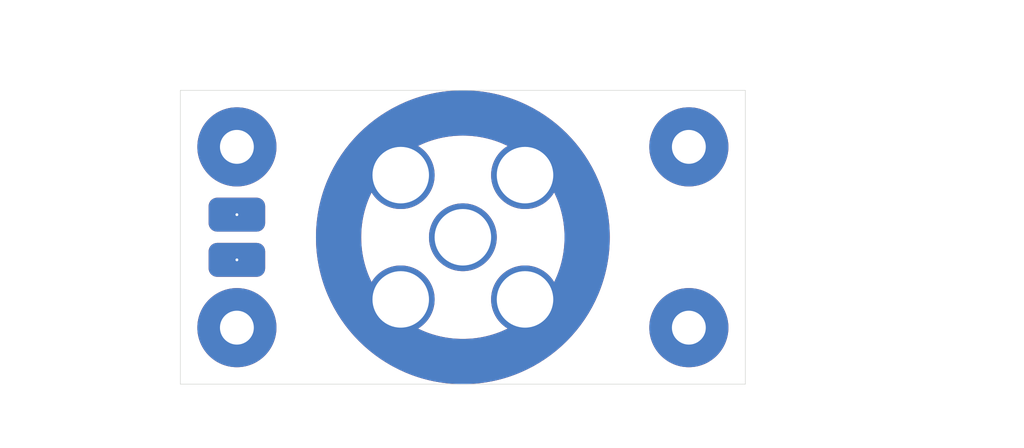
<source format=kicad_pcb>
(kicad_pcb (version 20171130) (host pcbnew 5.1.9+dfsg1-1)

  (general
    (thickness 1.6)
    (drawings 14)
    (tracks 0)
    (zones 0)
    (modules 6)
    (nets 3)
  )

  (page A4)
  (layers
    (0 F.Cu signal)
    (1 In1.Cu signal)
    (2 In2.Cu signal)
    (31 B.Cu signal)
    (32 B.Adhes user)
    (33 F.Adhes user)
    (34 B.Paste user)
    (35 F.Paste user)
    (36 B.SilkS user)
    (37 F.SilkS user)
    (38 B.Mask user)
    (39 F.Mask user)
    (40 Dwgs.User user)
    (41 Cmts.User user)
    (42 Eco1.User user)
    (43 Eco2.User user)
    (44 Edge.Cuts user)
    (45 Margin user)
    (46 B.CrtYd user)
    (47 F.CrtYd user)
    (48 B.Fab user)
    (49 F.Fab user)
  )

  (setup
    (last_trace_width 0.25)
    (trace_clearance 0.2)
    (zone_clearance 0.508)
    (zone_45_only no)
    (trace_min 0.2)
    (via_size 0.8)
    (via_drill 0.4)
    (via_min_size 0.4)
    (via_min_drill 0.3)
    (uvia_size 0.3)
    (uvia_drill 0.1)
    (uvias_allowed no)
    (uvia_min_size 0.2)
    (uvia_min_drill 0.1)
    (edge_width 0.05)
    (segment_width 0.2)
    (pcb_text_width 0.3)
    (pcb_text_size 1.5 1.5)
    (mod_edge_width 0.12)
    (mod_text_size 1 1)
    (mod_text_width 0.15)
    (pad_size 1.524 1.524)
    (pad_drill 0.762)
    (pad_to_mask_clearance 0)
    (aux_axis_origin 0 0)
    (visible_elements FFFFFF7F)
    (pcbplotparams
      (layerselection 0x010fc_ffffffff)
      (usegerberextensions false)
      (usegerberattributes true)
      (usegerberadvancedattributes true)
      (creategerberjobfile true)
      (excludeedgelayer true)
      (linewidth 0.100000)
      (plotframeref false)
      (viasonmask false)
      (mode 1)
      (useauxorigin false)
      (hpglpennumber 1)
      (hpglpenspeed 20)
      (hpglpendiameter 15.000000)
      (psnegative false)
      (psa4output false)
      (plotreference true)
      (plotvalue true)
      (plotinvisibletext false)
      (padsonsilk false)
      (subtractmaskfromsilk false)
      (outputformat 1)
      (mirror false)
      (drillshape 1)
      (scaleselection 1)
      (outputdirectory ""))
  )

  (net 0 "")
  (net 1 "Net-(J1-Pad1)")
  (net 2 "Net-(J1-Pad2)")

  (net_class Default "This is the default net class."
    (clearance 0.2)
    (trace_width 0.25)
    (via_dia 0.8)
    (via_drill 0.4)
    (uvia_dia 0.3)
    (uvia_drill 0.1)
    (add_net "Net-(J1-Pad1)")
    (add_net "Net-(J1-Pad2)")
  )

  (module custom-footprints:solder-pin-th-2pin (layer F.Cu) (tedit 63D230B7) (tstamp 63D39143)
    (at 115 95 90)
    (path /63D397E7)
    (fp_text reference J1 (at 0 0.5 90) (layer F.SilkS) hide
      (effects (font (size 1 1) (thickness 0.15)))
    )
    (fp_text value Conn_01x02_Female (at 0 -0.5 90) (layer F.Fab)
      (effects (font (size 1 1) (thickness 0.15)))
    )
    (pad 1 thru_hole roundrect (at 0 0 90) (size 3 5) (drill 0.25) (layers *.Cu *.Mask) (roundrect_rratio 0.25)
      (net 1 "Net-(J1-Pad1)"))
    (pad 2 thru_hole roundrect (at 4 0 90) (size 3 5) (drill 0.25) (layers *.Cu *.Mask) (roundrect_rratio 0.25)
      (net 2 "Net-(J1-Pad2)"))
  )

  (module custom-footprints:m3-d7-mounting-hole (layer F.Cu) (tedit 63D337D0) (tstamp 63D39148)
    (at 155 101)
    (path /63D39BDB)
    (fp_text reference J2 (at 0 0.5) (layer F.SilkS) hide
      (effects (font (size 1 1) (thickness 0.15)))
    )
    (fp_text value BOLT-HOLE (at 0 -0.5) (layer F.Fab)
      (effects (font (size 1 1) (thickness 0.15)))
    )
    (pad 1 thru_hole circle (at 0 0) (size 7 7) (drill 3) (layers *.Cu *.Mask)
      (net 2 "Net-(J1-Pad2)"))
  )

  (module custom-footprints:m3-d7-mounting-hole (layer F.Cu) (tedit 63D337D0) (tstamp 63D3914D)
    (at 115 85)
    (path /63D3A011)
    (fp_text reference J3 (at 0 0.5) (layer F.SilkS) hide
      (effects (font (size 1 1) (thickness 0.15)))
    )
    (fp_text value BOLT-HOLE (at 0 -0.5) (layer F.Fab)
      (effects (font (size 1 1) (thickness 0.15)))
    )
    (pad 1 thru_hole circle (at 0 0) (size 7 7) (drill 3) (layers *.Cu *.Mask)
      (net 2 "Net-(J1-Pad2)"))
  )

  (module custom-footprints:m3-d7-mounting-hole (layer F.Cu) (tedit 63D337D0) (tstamp 63D39152)
    (at 115 101)
    (path /63D3A1E1)
    (fp_text reference J4 (at 0 0.5) (layer F.SilkS) hide
      (effects (font (size 1 1) (thickness 0.15)))
    )
    (fp_text value BOLT-HOLE (at 0 -0.5) (layer F.Fab)
      (effects (font (size 1 1) (thickness 0.15)))
    )
    (pad 1 thru_hole circle (at 0 0) (size 7 7) (drill 3) (layers *.Cu *.Mask)
      (net 2 "Net-(J1-Pad2)"))
  )

  (module custom-footprints:m3-d7-mounting-hole (layer F.Cu) (tedit 63D337D0) (tstamp 63D39157)
    (at 155 85)
    (path /63D3A477)
    (fp_text reference J5 (at 0 0.5) (layer F.SilkS) hide
      (effects (font (size 1 1) (thickness 0.15)))
    )
    (fp_text value BOLT-HOLE (at 0 -0.5) (layer F.Fab)
      (effects (font (size 1 1) (thickness 0.15)))
    )
    (pad 1 thru_hole circle (at 0 0) (size 7 7) (drill 3) (layers *.Cu *.Mask)
      (net 2 "Net-(J1-Pad2)"))
  )

  (module custom-footprints:dragon-hotend-cutout (layer F.Cu) (tedit 63D33714) (tstamp 63D39164)
    (at 135 93)
    (path /63D3AC0F)
    (fp_text reference J6 (at 0 0.5) (layer F.SilkS) hide
      (effects (font (size 1 1) (thickness 0.15)))
    )
    (fp_text value DRAGON-HOTEND-SLOT (at 0 -0.5) (layer F.Fab)
      (effects (font (size 1 1) (thickness 0.15)))
    )
    (fp_circle (center 0 0) (end 11 0) (layer F.Cu) (width 4))
    (fp_circle (center 0 0) (end 11 0) (layer B.Cu) (width 4))
    (fp_circle (center 0 0) (end 11 0) (layer B.Mask) (width 4))
    (fp_circle (center 0 0) (end 11 0) (layer F.Mask) (width 4))
    (pad 1 thru_hole circle (at 5.5 -5.5) (size 6 6) (drill 5) (layers *.Cu *.Mask)
      (net 1 "Net-(J1-Pad1)"))
    (pad 1 thru_hole circle (at 5.5 5.5) (size 6 6) (drill 5) (layers *.Cu *.Mask)
      (net 1 "Net-(J1-Pad1)"))
    (pad 1 thru_hole circle (at -5.5 5.5) (size 6 6) (drill 5) (layers *.Cu *.Mask)
      (net 1 "Net-(J1-Pad1)"))
    (pad 1 thru_hole circle (at -5.5 -5.5) (size 6 6) (drill 5) (layers *.Cu *.Mask)
      (net 1 "Net-(J1-Pad1)"))
    (pad 1 thru_hole circle (at 0 0) (size 6 6) (drill 5) (layers *.Cu *.Mask)
      (net 1 "Net-(J1-Pad1)"))
  )

  (dimension 26 (width 0.15) (layer Dwgs.User)
    (gr_text "26.000 mm" (at 97.7 93 270) (layer Dwgs.User)
      (effects (font (size 1 1) (thickness 0.15)))
    )
    (feature1 (pts (xy 110 106) (xy 98.413579 106)))
    (feature2 (pts (xy 110 80) (xy 98.413579 80)))
    (crossbar (pts (xy 99 80) (xy 99 106)))
    (arrow1a (pts (xy 99 106) (xy 98.413579 104.873496)))
    (arrow1b (pts (xy 99 106) (xy 99.586421 104.873496)))
    (arrow2a (pts (xy 99 80) (xy 98.413579 81.126504)))
    (arrow2b (pts (xy 99 80) (xy 99.586421 81.126504)))
  )
  (dimension 50 (width 0.15) (layer Dwgs.User)
    (gr_text "50.000 mm" (at 135 72.7) (layer Dwgs.User)
      (effects (font (size 1 1) (thickness 0.15)))
    )
    (feature1 (pts (xy 160 80) (xy 160 73.413579)))
    (feature2 (pts (xy 110 80) (xy 110 73.413579)))
    (crossbar (pts (xy 110 74) (xy 160 74)))
    (arrow1a (pts (xy 160 74) (xy 158.873496 74.586421)))
    (arrow1b (pts (xy 160 74) (xy 158.873496 73.413579)))
    (arrow2a (pts (xy 110 74) (xy 111.126504 74.586421)))
    (arrow2b (pts (xy 110 74) (xy 111.126504 73.413579)))
  )
  (dimension 40 (width 0.15) (layer Dwgs.User)
    (gr_text "40.000 mm" (at 135 75.7) (layer Dwgs.User)
      (effects (font (size 1 1) (thickness 0.15)))
    )
    (feature1 (pts (xy 115 85) (xy 115 76.413579)))
    (feature2 (pts (xy 155 85) (xy 155 76.413579)))
    (crossbar (pts (xy 155 77) (xy 115 77)))
    (arrow1a (pts (xy 115 77) (xy 116.126504 76.413579)))
    (arrow1b (pts (xy 115 77) (xy 116.126504 77.586421)))
    (arrow2a (pts (xy 155 77) (xy 153.873496 76.413579)))
    (arrow2b (pts (xy 155 77) (xy 153.873496 77.586421)))
  )
  (dimension 16 (width 0.15) (layer Dwgs.User)
    (gr_text "16.000 mm" (at 183.3 93 90) (layer Dwgs.User)
      (effects (font (size 1 1) (thickness 0.15)))
    )
    (feature1 (pts (xy 155 85) (xy 182.586421 85)))
    (feature2 (pts (xy 155 101) (xy 182.586421 101)))
    (crossbar (pts (xy 182 101) (xy 182 85)))
    (arrow1a (pts (xy 182 85) (xy 182.586421 86.126504)))
    (arrow1b (pts (xy 182 85) (xy 181.413579 86.126504)))
    (arrow2a (pts (xy 182 101) (xy 182.586421 99.873496)))
    (arrow2b (pts (xy 182 101) (xy 181.413579 99.873496)))
  )
  (gr_line (start 110 106) (end 110 80) (layer Edge.Cuts) (width 0.05) (tstamp 63D3924A))
  (gr_line (start 160 106) (end 110 106) (layer Edge.Cuts) (width 0.05))
  (gr_line (start 160 80) (end 160 106) (layer Edge.Cuts) (width 0.05))
  (gr_line (start 110 80) (end 160 80) (layer Edge.Cuts) (width 0.05))
  (dimension 20 (width 0.15) (layer Dwgs.User)
    (gr_text "20.000 mm" (at 145 112.3) (layer Dwgs.User)
      (effects (font (size 1 1) (thickness 0.15)))
    )
    (feature1 (pts (xy 155 79) (xy 155 111.586421)))
    (feature2 (pts (xy 135 79) (xy 135 111.586421)))
    (crossbar (pts (xy 135 111) (xy 155 111)))
    (arrow1a (pts (xy 155 111) (xy 153.873496 111.586421)))
    (arrow1b (pts (xy 155 111) (xy 153.873496 110.413579)))
    (arrow2a (pts (xy 135 111) (xy 136.126504 111.586421)))
    (arrow2b (pts (xy 135 111) (xy 136.126504 110.413579)))
  )
  (dimension 20 (width 0.15) (layer Dwgs.User)
    (gr_text "20.000 mm" (at 125 111.3) (layer Dwgs.User)
      (effects (font (size 1 1) (thickness 0.15)))
    )
    (feature1 (pts (xy 115 79) (xy 115 110.586421)))
    (feature2 (pts (xy 135 79) (xy 135 110.586421)))
    (crossbar (pts (xy 135 110) (xy 115 110)))
    (arrow1a (pts (xy 115 110) (xy 116.126504 109.413579)))
    (arrow1b (pts (xy 115 110) (xy 116.126504 110.586421)))
    (arrow2a (pts (xy 135 110) (xy 133.873496 109.413579)))
    (arrow2b (pts (xy 135 110) (xy 133.873496 110.586421)))
  )
  (dimension 40 (width 0.15) (layer Dwgs.User)
    (gr_text "40.000 mm" (at 115 94.3) (layer Dwgs.User)
      (effects (font (size 1 1) (thickness 0.15)))
    )
    (feature1 (pts (xy 95 85) (xy 95 93.586421)))
    (feature2 (pts (xy 135 85) (xy 135 93.586421)))
    (crossbar (pts (xy 135 93) (xy 95 93)))
    (arrow1a (pts (xy 95 93) (xy 96.126504 92.413579)))
    (arrow1b (pts (xy 95 93) (xy 96.126504 93.586421)))
    (arrow2a (pts (xy 135 93) (xy 133.873496 92.413579)))
    (arrow2b (pts (xy 135 93) (xy 133.873496 93.586421)))
  )
  (dimension 40 (width 0.15) (layer Dwgs.User)
    (gr_text "40.000 mm" (at 155 102.3) (layer Dwgs.User)
      (effects (font (size 1 1) (thickness 0.15)))
    )
    (feature1 (pts (xy 175 93) (xy 175 101.586421)))
    (feature2 (pts (xy 135 93) (xy 135 101.586421)))
    (crossbar (pts (xy 135 101) (xy 175 101)))
    (arrow1a (pts (xy 175 101) (xy 173.873496 101.586421)))
    (arrow1b (pts (xy 175 101) (xy 173.873496 100.413579)))
    (arrow2a (pts (xy 135 101) (xy 136.126504 101.586421)))
    (arrow2b (pts (xy 135 101) (xy 136.126504 100.413579)))
  )
  (dimension 40 (width 0.15) (layer Dwgs.User)
    (gr_text "40.000 mm" (at 155 83.7) (layer Dwgs.User)
      (effects (font (size 1 1) (thickness 0.15)))
    )
    (feature1 (pts (xy 175 93) (xy 175 84.413579)))
    (feature2 (pts (xy 135 93) (xy 135 84.413579)))
    (crossbar (pts (xy 135 85) (xy 175 85)))
    (arrow1a (pts (xy 175 85) (xy 173.873496 85.586421)))
    (arrow1b (pts (xy 175 85) (xy 173.873496 84.413579)))
    (arrow2a (pts (xy 135 85) (xy 136.126504 85.586421)))
    (arrow2b (pts (xy 135 85) (xy 136.126504 84.413579)))
  )
  (dimension 40 (width 0.15) (layer Dwgs.User)
    (gr_text "40.000 mm" (at 115 102.3) (layer Dwgs.User)
      (effects (font (size 1 1) (thickness 0.15)))
    )
    (feature1 (pts (xy 95 93) (xy 95 101.586421)))
    (feature2 (pts (xy 135 93) (xy 135 101.586421)))
    (crossbar (pts (xy 135 101) (xy 95 101)))
    (arrow1a (pts (xy 95 101) (xy 96.126504 100.413579)))
    (arrow1b (pts (xy 95 101) (xy 96.126504 101.586421)))
    (arrow2a (pts (xy 135 101) (xy 133.873496 100.413579)))
    (arrow2b (pts (xy 135 101) (xy 133.873496 101.586421)))
  )

  (zone (net 2) (net_name "Net-(J1-Pad2)") (layer In1.Cu) (tstamp 63D392B2) (hatch edge 0.508)
    (connect_pads (clearance 0.508))
    (min_thickness 0.254)
    (fill yes (arc_segments 32) (thermal_gap 0.508) (thermal_bridge_width 0.508))
    (polygon
      (pts
        (xy 160 106) (xy 110 106) (xy 110 80) (xy 160 80)
      )
    )
    (filled_polygon
      (pts
        (xy 159.340001 105.34) (xy 110.66 105.34) (xy 110.66 103.914155) (xy 112.26545 103.914155) (xy 112.661634 104.43455)
        (xy 113.376612 104.824748) (xy 114.153976 105.067964) (xy 114.963853 105.154851) (xy 115.775118 105.082069) (xy 116.556597 104.852415)
        (xy 117.278256 104.474715) (xy 117.338366 104.43455) (xy 117.73455 103.914155) (xy 152.26545 103.914155) (xy 152.661634 104.43455)
        (xy 153.376612 104.824748) (xy 154.153976 105.067964) (xy 154.963853 105.154851) (xy 155.775118 105.082069) (xy 156.556597 104.852415)
        (xy 157.278256 104.474715) (xy 157.338366 104.43455) (xy 157.73455 103.914155) (xy 155 101.179605) (xy 152.26545 103.914155)
        (xy 117.73455 103.914155) (xy 115 101.179605) (xy 112.26545 103.914155) (xy 110.66 103.914155) (xy 110.66 100.963853)
        (xy 110.845149 100.963853) (xy 110.917931 101.775118) (xy 111.147585 102.556597) (xy 111.525285 103.278256) (xy 111.56545 103.338366)
        (xy 112.085845 103.73455) (xy 114.820395 101) (xy 115.179605 101) (xy 117.914155 103.73455) (xy 118.43455 103.338366)
        (xy 118.824748 102.623388) (xy 119.067964 101.846024) (xy 119.154851 101.036147) (xy 119.082069 100.224882) (xy 118.852415 99.443403)
        (xy 118.474715 98.721744) (xy 118.43455 98.661634) (xy 117.914155 98.26545) (xy 115.179605 101) (xy 114.820395 101)
        (xy 112.085845 98.26545) (xy 111.56545 98.661634) (xy 111.175252 99.376612) (xy 110.932036 100.153976) (xy 110.845149 100.963853)
        (xy 110.66 100.963853) (xy 110.66 92.5) (xy 111.861928 92.5) (xy 111.874188 92.624482) (xy 111.910498 92.74418)
        (xy 111.969463 92.854494) (xy 112.048815 92.951185) (xy 112.145506 93.030537) (xy 112.25582 93.089502) (xy 112.375518 93.125812)
        (xy 112.435173 93.131687) (xy 112.268485 93.268485) (xy 112.09586 93.478829) (xy 111.967589 93.718808) (xy 111.888599 93.979201)
        (xy 111.861928 94.25) (xy 111.861928 95.75) (xy 111.888599 96.020799) (xy 111.967589 96.281192) (xy 112.09586 96.521171)
        (xy 112.268485 96.731515) (xy 112.478829 96.90414) (xy 112.718808 97.032411) (xy 112.979201 97.111401) (xy 113.25 97.138072)
        (xy 113.475774 97.138072) (xy 113.443403 97.147585) (xy 112.721744 97.525285) (xy 112.661634 97.56545) (xy 112.26545 98.085845)
        (xy 115 100.820395) (xy 117.678411 98.141984) (xy 125.865 98.141984) (xy 125.865 98.858016) (xy 126.004691 99.56029)
        (xy 126.278705 100.221818) (xy 126.676511 100.817177) (xy 127.182823 101.323489) (xy 127.778182 101.721295) (xy 128.43971 101.995309)
        (xy 129.141984 102.135) (xy 129.858016 102.135) (xy 130.56029 101.995309) (xy 131.221818 101.721295) (xy 131.817177 101.323489)
        (xy 132.323489 100.817177) (xy 132.721295 100.221818) (xy 132.995309 99.56029) (xy 133.135 98.858016) (xy 133.135 98.141984)
        (xy 136.865 98.141984) (xy 136.865 98.858016) (xy 137.004691 99.56029) (xy 137.278705 100.221818) (xy 137.676511 100.817177)
        (xy 138.182823 101.323489) (xy 138.778182 101.721295) (xy 139.43971 101.995309) (xy 140.141984 102.135) (xy 140.858016 102.135)
        (xy 141.56029 101.995309) (xy 142.221818 101.721295) (xy 142.817177 101.323489) (xy 143.176813 100.963853) (xy 150.845149 100.963853)
        (xy 150.917931 101.775118) (xy 151.147585 102.556597) (xy 151.525285 103.278256) (xy 151.56545 103.338366) (xy 152.085845 103.73455)
        (xy 154.820395 101) (xy 155.179605 101) (xy 157.914155 103.73455) (xy 158.43455 103.338366) (xy 158.824748 102.623388)
        (xy 159.067964 101.846024) (xy 159.154851 101.036147) (xy 159.082069 100.224882) (xy 158.852415 99.443403) (xy 158.474715 98.721744)
        (xy 158.43455 98.661634) (xy 157.914155 98.26545) (xy 155.179605 101) (xy 154.820395 101) (xy 152.085845 98.26545)
        (xy 151.56545 98.661634) (xy 151.175252 99.376612) (xy 150.932036 100.153976) (xy 150.845149 100.963853) (xy 143.176813 100.963853)
        (xy 143.323489 100.817177) (xy 143.721295 100.221818) (xy 143.995309 99.56029) (xy 144.135 98.858016) (xy 144.135 98.141984)
        (xy 144.123834 98.085845) (xy 152.26545 98.085845) (xy 155 100.820395) (xy 157.73455 98.085845) (xy 157.338366 97.56545)
        (xy 156.623388 97.175252) (xy 155.846024 96.932036) (xy 155.036147 96.845149) (xy 154.224882 96.917931) (xy 153.443403 97.147585)
        (xy 152.721744 97.525285) (xy 152.661634 97.56545) (xy 152.26545 98.085845) (xy 144.123834 98.085845) (xy 143.995309 97.43971)
        (xy 143.721295 96.778182) (xy 143.323489 96.182823) (xy 142.817177 95.676511) (xy 142.221818 95.278705) (xy 141.56029 95.004691)
        (xy 140.858016 94.865) (xy 140.141984 94.865) (xy 139.43971 95.004691) (xy 138.778182 95.278705) (xy 138.182823 95.676511)
        (xy 137.676511 96.182823) (xy 137.278705 96.778182) (xy 137.004691 97.43971) (xy 136.865 98.141984) (xy 133.135 98.141984)
        (xy 132.995309 97.43971) (xy 132.721295 96.778182) (xy 132.323489 96.182823) (xy 131.817177 95.676511) (xy 131.221818 95.278705)
        (xy 130.56029 95.004691) (xy 129.858016 94.865) (xy 129.141984 94.865) (xy 128.43971 95.004691) (xy 127.778182 95.278705)
        (xy 127.182823 95.676511) (xy 126.676511 96.182823) (xy 126.278705 96.778182) (xy 126.004691 97.43971) (xy 125.865 98.141984)
        (xy 117.678411 98.141984) (xy 117.73455 98.085845) (xy 117.338366 97.56545) (xy 116.623388 97.175252) (xy 116.504554 97.138072)
        (xy 116.75 97.138072) (xy 117.020799 97.111401) (xy 117.281192 97.032411) (xy 117.521171 96.90414) (xy 117.731515 96.731515)
        (xy 117.90414 96.521171) (xy 118.032411 96.281192) (xy 118.111401 96.020799) (xy 118.138072 95.75) (xy 118.138072 94.25)
        (xy 118.111401 93.979201) (xy 118.032411 93.718808) (xy 117.90414 93.478829) (xy 117.731515 93.268485) (xy 117.564827 93.131687)
        (xy 117.624482 93.125812) (xy 117.74418 93.089502) (xy 117.854494 93.030537) (xy 117.951185 92.951185) (xy 118.030537 92.854494)
        (xy 118.089502 92.74418) (xy 118.120502 92.641984) (xy 131.365 92.641984) (xy 131.365 93.358016) (xy 131.504691 94.06029)
        (xy 131.778705 94.721818) (xy 132.176511 95.317177) (xy 132.682823 95.823489) (xy 133.278182 96.221295) (xy 133.93971 96.495309)
        (xy 134.641984 96.635) (xy 135.358016 96.635) (xy 136.06029 96.495309) (xy 136.721818 96.221295) (xy 137.317177 95.823489)
        (xy 137.823489 95.317177) (xy 138.221295 94.721818) (xy 138.495309 94.06029) (xy 138.635 93.358016) (xy 138.635 92.641984)
        (xy 138.495309 91.93971) (xy 138.221295 91.278182) (xy 137.823489 90.682823) (xy 137.317177 90.176511) (xy 136.721818 89.778705)
        (xy 136.06029 89.504691) (xy 135.358016 89.365) (xy 134.641984 89.365) (xy 133.93971 89.504691) (xy 133.278182 89.778705)
        (xy 132.682823 90.176511) (xy 132.176511 90.682823) (xy 131.778705 91.278182) (xy 131.504691 91.93971) (xy 131.365 92.641984)
        (xy 118.120502 92.641984) (xy 118.125812 92.624482) (xy 118.138072 92.5) (xy 118.135 91.28575) (xy 117.97625 91.127)
        (xy 115.127 91.127) (xy 115.127 91.147) (xy 114.873 91.147) (xy 114.873 91.127) (xy 112.02375 91.127)
        (xy 111.865 91.28575) (xy 111.861928 92.5) (xy 110.66 92.5) (xy 110.66 89.5) (xy 111.861928 89.5)
        (xy 111.865 90.71425) (xy 112.02375 90.873) (xy 114.873 90.873) (xy 114.873 90.853) (xy 115.127 90.853)
        (xy 115.127 90.873) (xy 117.97625 90.873) (xy 118.135 90.71425) (xy 118.138072 89.5) (xy 118.125812 89.375518)
        (xy 118.089502 89.25582) (xy 118.030537 89.145506) (xy 117.951185 89.048815) (xy 117.854494 88.969463) (xy 117.74418 88.910498)
        (xy 117.624482 88.874188) (xy 117.5 88.861928) (xy 116.519597 88.863288) (xy 116.556597 88.852415) (xy 117.278256 88.474715)
        (xy 117.338366 88.43455) (xy 117.73455 87.914155) (xy 115 85.179605) (xy 112.26545 87.914155) (xy 112.661634 88.43455)
        (xy 113.376612 88.824748) (xy 113.49988 88.863315) (xy 112.5 88.861928) (xy 112.375518 88.874188) (xy 112.25582 88.910498)
        (xy 112.145506 88.969463) (xy 112.048815 89.048815) (xy 111.969463 89.145506) (xy 111.910498 89.25582) (xy 111.874188 89.375518)
        (xy 111.861928 89.5) (xy 110.66 89.5) (xy 110.66 84.963853) (xy 110.845149 84.963853) (xy 110.917931 85.775118)
        (xy 111.147585 86.556597) (xy 111.525285 87.278256) (xy 111.56545 87.338366) (xy 112.085845 87.73455) (xy 114.820395 85)
        (xy 115.179605 85) (xy 117.914155 87.73455) (xy 118.43455 87.338366) (xy 118.541725 87.141984) (xy 125.865 87.141984)
        (xy 125.865 87.858016) (xy 126.004691 88.56029) (xy 126.278705 89.221818) (xy 126.676511 89.817177) (xy 127.182823 90.323489)
        (xy 127.778182 90.721295) (xy 128.43971 90.995309) (xy 129.141984 91.135) (xy 129.858016 91.135) (xy 130.56029 90.995309)
        (xy 131.221818 90.721295) (xy 131.817177 90.323489) (xy 132.323489 89.817177) (xy 132.721295 89.221818) (xy 132.995309 88.56029)
        (xy 133.135 87.858016) (xy 133.135 87.141984) (xy 136.865 87.141984) (xy 136.865 87.858016) (xy 137.004691 88.56029)
        (xy 137.278705 89.221818) (xy 137.676511 89.817177) (xy 138.182823 90.323489) (xy 138.778182 90.721295) (xy 139.43971 90.995309)
        (xy 140.141984 91.135) (xy 140.858016 91.135) (xy 141.56029 90.995309) (xy 142.221818 90.721295) (xy 142.817177 90.323489)
        (xy 143.323489 89.817177) (xy 143.721295 89.221818) (xy 143.995309 88.56029) (xy 144.123833 87.914155) (xy 152.26545 87.914155)
        (xy 152.661634 88.43455) (xy 153.376612 88.824748) (xy 154.153976 89.067964) (xy 154.963853 89.154851) (xy 155.775118 89.082069)
        (xy 156.556597 88.852415) (xy 157.278256 88.474715) (xy 157.338366 88.43455) (xy 157.73455 87.914155) (xy 155 85.179605)
        (xy 152.26545 87.914155) (xy 144.123833 87.914155) (xy 144.135 87.858016) (xy 144.135 87.141984) (xy 143.995309 86.43971)
        (xy 143.721295 85.778182) (xy 143.323489 85.182823) (xy 143.104519 84.963853) (xy 150.845149 84.963853) (xy 150.917931 85.775118)
        (xy 151.147585 86.556597) (xy 151.525285 87.278256) (xy 151.56545 87.338366) (xy 152.085845 87.73455) (xy 154.820395 85)
        (xy 155.179605 85) (xy 157.914155 87.73455) (xy 158.43455 87.338366) (xy 158.824748 86.623388) (xy 159.067964 85.846024)
        (xy 159.154851 85.036147) (xy 159.082069 84.224882) (xy 158.852415 83.443403) (xy 158.474715 82.721744) (xy 158.43455 82.661634)
        (xy 157.914155 82.26545) (xy 155.179605 85) (xy 154.820395 85) (xy 152.085845 82.26545) (xy 151.56545 82.661634)
        (xy 151.175252 83.376612) (xy 150.932036 84.153976) (xy 150.845149 84.963853) (xy 143.104519 84.963853) (xy 142.817177 84.676511)
        (xy 142.221818 84.278705) (xy 141.56029 84.004691) (xy 140.858016 83.865) (xy 140.141984 83.865) (xy 139.43971 84.004691)
        (xy 138.778182 84.278705) (xy 138.182823 84.676511) (xy 137.676511 85.182823) (xy 137.278705 85.778182) (xy 137.004691 86.43971)
        (xy 136.865 87.141984) (xy 133.135 87.141984) (xy 132.995309 86.43971) (xy 132.721295 85.778182) (xy 132.323489 85.182823)
        (xy 131.817177 84.676511) (xy 131.221818 84.278705) (xy 130.56029 84.004691) (xy 129.858016 83.865) (xy 129.141984 83.865)
        (xy 128.43971 84.004691) (xy 127.778182 84.278705) (xy 127.182823 84.676511) (xy 126.676511 85.182823) (xy 126.278705 85.778182)
        (xy 126.004691 86.43971) (xy 125.865 87.141984) (xy 118.541725 87.141984) (xy 118.824748 86.623388) (xy 119.067964 85.846024)
        (xy 119.154851 85.036147) (xy 119.082069 84.224882) (xy 118.852415 83.443403) (xy 118.474715 82.721744) (xy 118.43455 82.661634)
        (xy 117.914155 82.26545) (xy 115.179605 85) (xy 114.820395 85) (xy 112.085845 82.26545) (xy 111.56545 82.661634)
        (xy 111.175252 83.376612) (xy 110.932036 84.153976) (xy 110.845149 84.963853) (xy 110.66 84.963853) (xy 110.66 82.085845)
        (xy 112.26545 82.085845) (xy 115 84.820395) (xy 117.73455 82.085845) (xy 152.26545 82.085845) (xy 155 84.820395)
        (xy 157.73455 82.085845) (xy 157.338366 81.56545) (xy 156.623388 81.175252) (xy 155.846024 80.932036) (xy 155.036147 80.845149)
        (xy 154.224882 80.917931) (xy 153.443403 81.147585) (xy 152.721744 81.525285) (xy 152.661634 81.56545) (xy 152.26545 82.085845)
        (xy 117.73455 82.085845) (xy 117.338366 81.56545) (xy 116.623388 81.175252) (xy 115.846024 80.932036) (xy 115.036147 80.845149)
        (xy 114.224882 80.917931) (xy 113.443403 81.147585) (xy 112.721744 81.525285) (xy 112.661634 81.56545) (xy 112.26545 82.085845)
        (xy 110.66 82.085845) (xy 110.66 80.66) (xy 159.34 80.66)
      )
    )
  )
  (zone (net 1) (net_name "Net-(J1-Pad1)") (layer In2.Cu) (tstamp 63D392AF) (hatch edge 0.508)
    (connect_pads (clearance 0.508))
    (min_thickness 0.254)
    (fill yes (arc_segments 32) (thermal_gap 0.508) (thermal_bridge_width 0.508))
    (polygon
      (pts
        (xy 160 106) (xy 110 106) (xy 110 80) (xy 160 80)
      )
    )
    (filled_polygon
      (pts
        (xy 159.340001 105.34) (xy 110.66 105.34) (xy 110.66 100.592738) (xy 110.865 100.592738) (xy 110.865 101.407262)
        (xy 111.023906 102.206135) (xy 111.335611 102.958657) (xy 111.788136 103.635909) (xy 112.364091 104.211864) (xy 113.041343 104.664389)
        (xy 113.793865 104.976094) (xy 114.592738 105.135) (xy 115.407262 105.135) (xy 116.206135 104.976094) (xy 116.958657 104.664389)
        (xy 117.635909 104.211864) (xy 118.211864 103.635909) (xy 118.664389 102.958657) (xy 118.976094 102.206135) (xy 119.135 101.407262)
        (xy 119.135 101.058686) (xy 127.120919 101.058686) (xy 127.457106 101.527868) (xy 128.087068 101.868237) (xy 128.771327 102.079166)
        (xy 129.483589 102.15255) (xy 130.196482 102.085569) (xy 130.882609 101.880796) (xy 131.515603 101.546102) (xy 131.542894 101.527868)
        (xy 131.879081 101.058686) (xy 138.120919 101.058686) (xy 138.457106 101.527868) (xy 139.087068 101.868237) (xy 139.771327 102.079166)
        (xy 140.483589 102.15255) (xy 141.196482 102.085569) (xy 141.882609 101.880796) (xy 142.515603 101.546102) (xy 142.542894 101.527868)
        (xy 142.879081 101.058686) (xy 140.5 98.679605) (xy 138.120919 101.058686) (xy 131.879081 101.058686) (xy 129.5 98.679605)
        (xy 127.120919 101.058686) (xy 119.135 101.058686) (xy 119.135 100.592738) (xy 118.976094 99.793865) (xy 118.664389 99.041343)
        (xy 118.29171 98.483589) (xy 125.84745 98.483589) (xy 125.914431 99.196482) (xy 126.119204 99.882609) (xy 126.453898 100.515603)
        (xy 126.472132 100.542894) (xy 126.941314 100.879081) (xy 129.320395 98.5) (xy 129.679605 98.5) (xy 132.058686 100.879081)
        (xy 132.527868 100.542894) (xy 132.868237 99.912932) (xy 133.079166 99.228673) (xy 133.15255 98.516411) (xy 133.149467 98.483589)
        (xy 136.84745 98.483589) (xy 136.914431 99.196482) (xy 137.119204 99.882609) (xy 137.453898 100.515603) (xy 137.472132 100.542894)
        (xy 137.941314 100.879081) (xy 140.320395 98.5) (xy 140.679605 98.5) (xy 143.058686 100.879081) (xy 143.458305 100.592738)
        (xy 150.865 100.592738) (xy 150.865 101.407262) (xy 151.023906 102.206135) (xy 151.335611 102.958657) (xy 151.788136 103.635909)
        (xy 152.364091 104.211864) (xy 153.041343 104.664389) (xy 153.793865 104.976094) (xy 154.592738 105.135) (xy 155.407262 105.135)
        (xy 156.206135 104.976094) (xy 156.958657 104.664389) (xy 157.635909 104.211864) (xy 158.211864 103.635909) (xy 158.664389 102.958657)
        (xy 158.976094 102.206135) (xy 159.135 101.407262) (xy 159.135 100.592738) (xy 158.976094 99.793865) (xy 158.664389 99.041343)
        (xy 158.211864 98.364091) (xy 157.635909 97.788136) (xy 156.958657 97.335611) (xy 156.206135 97.023906) (xy 155.407262 96.865)
        (xy 154.592738 96.865) (xy 153.793865 97.023906) (xy 153.041343 97.335611) (xy 152.364091 97.788136) (xy 151.788136 98.364091)
        (xy 151.335611 99.041343) (xy 151.023906 99.793865) (xy 150.865 100.592738) (xy 143.458305 100.592738) (xy 143.527868 100.542894)
        (xy 143.868237 99.912932) (xy 144.079166 99.228673) (xy 144.15255 98.516411) (xy 144.085569 97.803518) (xy 143.880796 97.117391)
        (xy 143.546102 96.484397) (xy 143.527868 96.457106) (xy 143.058686 96.120919) (xy 140.679605 98.5) (xy 140.320395 98.5)
        (xy 137.941314 96.120919) (xy 137.472132 96.457106) (xy 137.131763 97.087068) (xy 136.920834 97.771327) (xy 136.84745 98.483589)
        (xy 133.149467 98.483589) (xy 133.085569 97.803518) (xy 132.880796 97.117391) (xy 132.546102 96.484397) (xy 132.527868 96.457106)
        (xy 132.058686 96.120919) (xy 129.679605 98.5) (xy 129.320395 98.5) (xy 126.941314 96.120919) (xy 126.472132 96.457106)
        (xy 126.131763 97.087068) (xy 125.920834 97.771327) (xy 125.84745 98.483589) (xy 118.29171 98.483589) (xy 118.211864 98.364091)
        (xy 117.635909 97.788136) (xy 116.958657 97.335611) (xy 116.478334 97.136655) (xy 117.5 97.138072) (xy 117.624482 97.125812)
        (xy 117.74418 97.089502) (xy 117.854494 97.030537) (xy 117.951185 96.951185) (xy 118.030537 96.854494) (xy 118.089502 96.74418)
        (xy 118.125812 96.624482) (xy 118.138072 96.5) (xy 118.136659 95.941314) (xy 127.120919 95.941314) (xy 129.5 98.320395)
        (xy 131.879081 95.941314) (xy 131.604914 95.558686) (xy 132.620919 95.558686) (xy 132.957106 96.027868) (xy 133.587068 96.368237)
        (xy 134.271327 96.579166) (xy 134.983589 96.65255) (xy 135.696482 96.585569) (xy 136.382609 96.380796) (xy 137.015603 96.046102)
        (xy 137.042894 96.027868) (xy 137.104913 95.941314) (xy 138.120919 95.941314) (xy 140.5 98.320395) (xy 142.879081 95.941314)
        (xy 142.542894 95.472132) (xy 141.912932 95.131763) (xy 141.228673 94.920834) (xy 140.516411 94.84745) (xy 139.803518 94.914431)
        (xy 139.117391 95.119204) (xy 138.484397 95.453898) (xy 138.457106 95.472132) (xy 138.120919 95.941314) (xy 137.104913 95.941314)
        (xy 137.379081 95.558686) (xy 135 93.179605) (xy 132.620919 95.558686) (xy 131.604914 95.558686) (xy 131.542894 95.472132)
        (xy 130.912932 95.131763) (xy 130.228673 94.920834) (xy 129.516411 94.84745) (xy 128.803518 94.914431) (xy 128.117391 95.119204)
        (xy 127.484397 95.453898) (xy 127.457106 95.472132) (xy 127.120919 95.941314) (xy 118.136659 95.941314) (xy 118.135 95.28575)
        (xy 117.97625 95.127) (xy 115.127 95.127) (xy 115.127 95.147) (xy 114.873 95.147) (xy 114.873 95.127)
        (xy 112.02375 95.127) (xy 111.865 95.28575) (xy 111.861928 96.5) (xy 111.874188 96.624482) (xy 111.910498 96.74418)
        (xy 111.969463 96.854494) (xy 112.048815 96.951185) (xy 112.145506 97.030537) (xy 112.25582 97.089502) (xy 112.375518 97.125812)
        (xy 112.5 97.138072) (xy 113.521666 97.136655) (xy 113.041343 97.335611) (xy 112.364091 97.788136) (xy 111.788136 98.364091)
        (xy 111.335611 99.041343) (xy 111.023906 99.793865) (xy 110.865 100.592738) (xy 110.66 100.592738) (xy 110.66 84.592738)
        (xy 110.865 84.592738) (xy 110.865 85.407262) (xy 111.023906 86.206135) (xy 111.335611 86.958657) (xy 111.788136 87.635909)
        (xy 112.364091 88.211864) (xy 113.041343 88.664389) (xy 113.518244 88.861928) (xy 113.25 88.861928) (xy 112.979201 88.888599)
        (xy 112.718808 88.967589) (xy 112.478829 89.09586) (xy 112.268485 89.268485) (xy 112.09586 89.478829) (xy 111.967589 89.718808)
        (xy 111.888599 89.979201) (xy 111.861928 90.25) (xy 111.861928 91.75) (xy 111.888599 92.020799) (xy 111.967589 92.281192)
        (xy 112.09586 92.521171) (xy 112.268485 92.731515) (xy 112.435173 92.868313) (xy 112.375518 92.874188) (xy 112.25582 92.910498)
        (xy 112.145506 92.969463) (xy 112.048815 93.048815) (xy 111.969463 93.145506) (xy 111.910498 93.25582) (xy 111.874188 93.375518)
        (xy 111.861928 93.5) (xy 111.865 94.71425) (xy 112.02375 94.873) (xy 114.873 94.873) (xy 114.873 94.853)
        (xy 115.127 94.853) (xy 115.127 94.873) (xy 117.97625 94.873) (xy 118.135 94.71425) (xy 118.138072 93.5)
        (xy 118.125812 93.375518) (xy 118.089502 93.25582) (xy 118.030537 93.145506) (xy 117.951185 93.048815) (xy 117.871707 92.983589)
        (xy 131.34745 92.983589) (xy 131.414431 93.696482) (xy 131.619204 94.382609) (xy 131.953898 95.015603) (xy 131.972132 95.042894)
        (xy 132.441314 95.379081) (xy 134.820395 93) (xy 135.179605 93) (xy 137.558686 95.379081) (xy 138.027868 95.042894)
        (xy 138.368237 94.412932) (xy 138.579166 93.728673) (xy 138.65255 93.016411) (xy 138.585569 92.303518) (xy 138.380796 91.617391)
        (xy 138.046102 90.984397) (xy 138.027868 90.957106) (xy 137.558686 90.620919) (xy 135.179605 93) (xy 134.820395 93)
        (xy 132.441314 90.620919) (xy 131.972132 90.957106) (xy 131.631763 91.587068) (xy 131.420834 92.271327) (xy 131.34745 92.983589)
        (xy 117.871707 92.983589) (xy 117.854494 92.969463) (xy 117.74418 92.910498) (xy 117.624482 92.874188) (xy 117.564827 92.868313)
        (xy 117.731515 92.731515) (xy 117.90414 92.521171) (xy 118.032411 92.281192) (xy 118.111401 92.020799) (xy 118.138072 91.75)
        (xy 118.138072 90.25) (xy 118.11923 90.058686) (xy 127.120919 90.058686) (xy 127.457106 90.527868) (xy 128.087068 90.868237)
        (xy 128.771327 91.079166) (xy 129.483589 91.15255) (xy 130.196482 91.085569) (xy 130.882609 90.880796) (xy 131.515603 90.546102)
        (xy 131.542894 90.527868) (xy 131.604913 90.441314) (xy 132.620919 90.441314) (xy 135 92.820395) (xy 137.379081 90.441314)
        (xy 137.104914 90.058686) (xy 138.120919 90.058686) (xy 138.457106 90.527868) (xy 139.087068 90.868237) (xy 139.771327 91.079166)
        (xy 140.483589 91.15255) (xy 141.196482 91.085569) (xy 141.882609 90.880796) (xy 142.515603 90.546102) (xy 142.542894 90.527868)
        (xy 142.879081 90.058686) (xy 140.5 87.679605) (xy 138.120919 90.058686) (xy 137.104914 90.058686) (xy 137.042894 89.972132)
        (xy 136.412932 89.631763) (xy 135.728673 89.420834) (xy 135.016411 89.34745) (xy 134.303518 89.414431) (xy 133.617391 89.619204)
        (xy 132.984397 89.953898) (xy 132.957106 89.972132) (xy 132.620919 90.441314) (xy 131.604913 90.441314) (xy 131.879081 90.058686)
        (xy 129.5 87.679605) (xy 127.120919 90.058686) (xy 118.11923 90.058686) (xy 118.111401 89.979201) (xy 118.032411 89.718808)
        (xy 117.90414 89.478829) (xy 117.731515 89.268485) (xy 117.521171 89.09586) (xy 117.281192 88.967589) (xy 117.020799 88.888599)
        (xy 116.75 88.861928) (xy 116.481756 88.861928) (xy 116.958657 88.664389) (xy 117.635909 88.211864) (xy 118.211864 87.635909)
        (xy 118.31364 87.483589) (xy 125.84745 87.483589) (xy 125.914431 88.196482) (xy 126.119204 88.882609) (xy 126.453898 89.515603)
        (xy 126.472132 89.542894) (xy 126.941314 89.879081) (xy 129.320395 87.5) (xy 129.679605 87.5) (xy 132.058686 89.879081)
        (xy 132.527868 89.542894) (xy 132.868237 88.912932) (xy 133.079166 88.228673) (xy 133.15255 87.516411) (xy 133.149467 87.483589)
        (xy 136.84745 87.483589) (xy 136.914431 88.196482) (xy 137.119204 88.882609) (xy 137.453898 89.515603) (xy 137.472132 89.542894)
        (xy 137.941314 89.879081) (xy 140.320395 87.5) (xy 140.679605 87.5) (xy 143.058686 89.879081) (xy 143.527868 89.542894)
        (xy 143.868237 88.912932) (xy 144.079166 88.228673) (xy 144.15255 87.516411) (xy 144.085569 86.803518) (xy 143.880796 86.117391)
        (xy 143.546102 85.484397) (xy 143.527868 85.457106) (xy 143.058686 85.120919) (xy 140.679605 87.5) (xy 140.320395 87.5)
        (xy 137.941314 85.120919) (xy 137.472132 85.457106) (xy 137.131763 86.087068) (xy 136.920834 86.771327) (xy 136.84745 87.483589)
        (xy 133.149467 87.483589) (xy 133.085569 86.803518) (xy 132.880796 86.117391) (xy 132.546102 85.484397) (xy 132.527868 85.457106)
        (xy 132.058686 85.120919) (xy 129.679605 87.5) (xy 129.320395 87.5) (xy 126.941314 85.120919) (xy 126.472132 85.457106)
        (xy 126.131763 86.087068) (xy 125.920834 86.771327) (xy 125.84745 87.483589) (xy 118.31364 87.483589) (xy 118.664389 86.958657)
        (xy 118.976094 86.206135) (xy 119.135 85.407262) (xy 119.135 84.941314) (xy 127.120919 84.941314) (xy 129.5 87.320395)
        (xy 131.879081 84.941314) (xy 138.120919 84.941314) (xy 140.5 87.320395) (xy 142.879081 84.941314) (xy 142.629313 84.592738)
        (xy 150.865 84.592738) (xy 150.865 85.407262) (xy 151.023906 86.206135) (xy 151.335611 86.958657) (xy 151.788136 87.635909)
        (xy 152.364091 88.211864) (xy 153.041343 88.664389) (xy 153.793865 88.976094) (xy 154.592738 89.135) (xy 155.407262 89.135)
        (xy 156.206135 88.976094) (xy 156.958657 88.664389) (xy 157.635909 88.211864) (xy 158.211864 87.635909) (xy 158.664389 86.958657)
        (xy 158.976094 86.206135) (xy 159.135 85.407262) (xy 159.135 84.592738) (xy 158.976094 83.793865) (xy 158.664389 83.041343)
        (xy 158.211864 82.364091) (xy 157.635909 81.788136) (xy 156.958657 81.335611) (xy 156.206135 81.023906) (xy 155.407262 80.865)
        (xy 154.592738 80.865) (xy 153.793865 81.023906) (xy 153.041343 81.335611) (xy 152.364091 81.788136) (xy 151.788136 82.364091)
        (xy 151.335611 83.041343) (xy 151.023906 83.793865) (xy 150.865 84.592738) (xy 142.629313 84.592738) (xy 142.542894 84.472132)
        (xy 141.912932 84.131763) (xy 141.228673 83.920834) (xy 140.516411 83.84745) (xy 139.803518 83.914431) (xy 139.117391 84.119204)
        (xy 138.484397 84.453898) (xy 138.457106 84.472132) (xy 138.120919 84.941314) (xy 131.879081 84.941314) (xy 131.542894 84.472132)
        (xy 130.912932 84.131763) (xy 130.228673 83.920834) (xy 129.516411 83.84745) (xy 128.803518 83.914431) (xy 128.117391 84.119204)
        (xy 127.484397 84.453898) (xy 127.457106 84.472132) (xy 127.120919 84.941314) (xy 119.135 84.941314) (xy 119.135 84.592738)
        (xy 118.976094 83.793865) (xy 118.664389 83.041343) (xy 118.211864 82.364091) (xy 117.635909 81.788136) (xy 116.958657 81.335611)
        (xy 116.206135 81.023906) (xy 115.407262 80.865) (xy 114.592738 80.865) (xy 113.793865 81.023906) (xy 113.041343 81.335611)
        (xy 112.364091 81.788136) (xy 111.788136 82.364091) (xy 111.335611 83.041343) (xy 111.023906 83.793865) (xy 110.865 84.592738)
        (xy 110.66 84.592738) (xy 110.66 80.66) (xy 159.34 80.66)
      )
    )
  )
)

</source>
